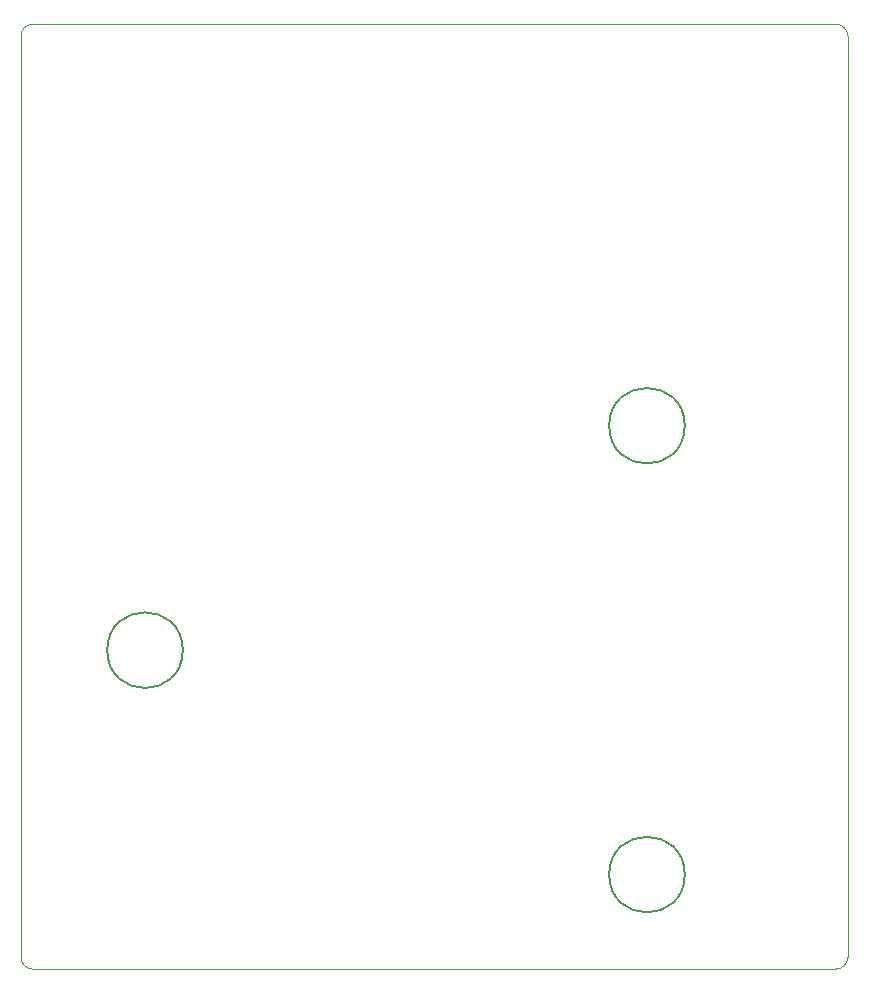
<source format=gbr>
G04 #@! TF.GenerationSoftware,KiCad,Pcbnew,5.1.5+dfsg1-2build2*
G04 #@! TF.CreationDate,2021-09-26T16:39:44+00:00*
G04 #@! TF.ProjectId,NeptuneToolboard,54726953-7465-4705-946f-6f6c626f6172,rev?*
G04 #@! TF.SameCoordinates,Original*
G04 #@! TF.FileFunction,Other,Comment*
%FSLAX46Y46*%
G04 Gerber Fmt 4.6, Leading zero omitted, Abs format (unit mm)*
G04 Created by KiCad (PCBNEW 5.1.5+dfsg1-2build2) date 2021-09-26 16:39:44*
%MOMM*%
%LPD*%
G04 APERTURE LIST*
G04 #@! TA.AperFunction,Profile*
%ADD10C,0.050000*%
G04 #@! TD*
%ADD11C,0.150000*%
G04 APERTURE END LIST*
D10*
X140500000Y-132000000D02*
G75*
G02X139500000Y-131000000I0J1000000D01*
G01*
X209500000Y-131000000D02*
G75*
G02X208500000Y-132000000I-1000000J0D01*
G01*
X208500000Y-52000000D02*
G75*
G02X209500000Y-53000000I0J-1000000D01*
G01*
X139500000Y-53000000D02*
G75*
G02X140500000Y-52000000I1000000J0D01*
G01*
X140500000Y-52000000D02*
X208500000Y-52000000D01*
X139500000Y-131000000D02*
X139500000Y-53000000D01*
X208500000Y-132000000D02*
X140500000Y-132000000D01*
X209500000Y-53000000D02*
X209500000Y-131000000D01*
D11*
G04 #@! TO.C,H3*
X195700000Y-124000000D02*
G75*
G03X195700000Y-124000000I-3200000J0D01*
G01*
G04 #@! TO.C,H2*
X195700000Y-86000000D02*
G75*
G03X195700000Y-86000000I-3200000J0D01*
G01*
G04 #@! TO.C,H1*
X153200000Y-105000000D02*
G75*
G03X153200000Y-105000000I-3200000J0D01*
G01*
G04 #@! TD*
M02*

</source>
